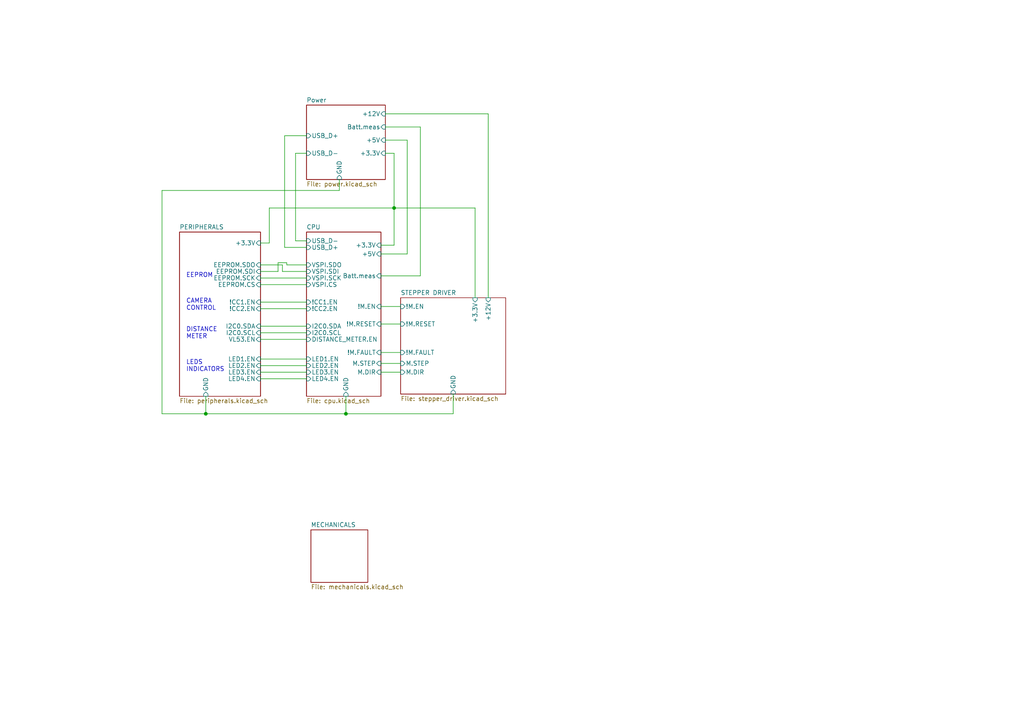
<source format=kicad_sch>
(kicad_sch (version 20230121) (generator eeschema)
  (paper "A4")
  (title_block (title "MR_SLDR") (date "2023-05-15") (rev "A") (comment 1 "schematic for project of slider controlled by WEB bluetooth application"))
  (lib_symbols)
  (junction (at 100.33 120.015))
  (junction (at 114.3 60.325))
  (junction (at 59.69 120.015))
  (wire (pts (xy 83.185 76.2) (xy 80.645 76.2)))
  (wire (pts (xy 82.55 39.37) (xy 88.9 39.37)))
  (wire (pts (xy 78.105 60.325) (xy 78.105 70.485)))
  (wire (pts (xy 100.33 114.935) (xy 100.33 120.015)))
  (wire (pts (xy 75.565 94.615) (xy 88.9 94.615)))
  (wire (pts (xy 110.49 73.66) (xy 118.11 73.66)))
  (wire (pts (xy 121.92 36.83) (xy 121.92 80.01)))
  (wire (pts (xy 75.565 89.535) (xy 88.9 89.535)))
  (wire (pts (xy 137.795 86.36) (xy 137.795 60.325)))
  (wire (pts (xy 88.9 44.45) (xy 85.725 44.45)))
  (wire (pts (xy 137.795 60.325) (xy 114.3 60.325)))
  (wire (pts (xy 75.565 76.835) (xy 81.915 76.835)))
  (wire (pts (xy 110.49 88.9) (xy 116.205 88.9)))
  (wire (pts (xy 80.645 76.2) (xy 80.645 78.74)))
  (wire (pts (xy 85.725 69.85) (xy 88.9 69.85)))
  (wire (pts (xy 59.69 114.935) (xy 59.69 120.015)))
  (wire (pts (xy 75.565 106.045) (xy 88.9 106.045)))
  (wire (pts (xy 110.49 107.95) (xy 116.205 107.95)))
  (wire (pts (xy 111.76 40.64) (xy 118.11 40.64)))
  (wire (pts (xy 75.565 96.52) (xy 88.9 96.52)))
  (wire (pts (xy 110.49 71.12) (xy 114.3 71.12)))
  (wire (pts (xy 75.565 109.855) (xy 88.9 109.855)))
  (wire (pts (xy 118.11 40.64) (xy 118.11 73.66)))
  (wire (pts (xy 100.33 120.015) (xy 59.69 120.015)))
  (wire (pts (xy 111.76 36.83) (xy 121.92 36.83)))
  (wire (pts (xy 81.915 76.835) (xy 81.915 78.74)))
  (wire (pts (xy 110.49 102.235) (xy 116.205 102.235)))
  (wire (pts (xy 75.565 82.55) (xy 88.9 82.55)))
  (wire (pts (xy 75.565 104.14) (xy 88.9 104.14)))
  (wire (pts (xy 131.445 120.015) (xy 100.33 120.015)))
  (wire (pts (xy 114.3 60.325) (xy 114.3 71.12)))
  (wire (pts (xy 111.76 44.45) (xy 114.3 44.45)))
  (wire (pts (xy 75.565 87.63) (xy 88.9 87.63)))
  (wire (pts (xy 88.9 76.835) (xy 83.185 76.835)))
  (wire (pts (xy 131.445 114.3) (xy 131.445 120.015)))
  (wire (pts (xy 121.92 80.01) (xy 110.49 80.01)))
  (wire (pts (xy 75.565 98.425) (xy 88.9 98.425)))
  (wire (pts (xy 110.49 93.98) (xy 116.205 93.98)))
  (wire (pts (xy 88.9 71.755) (xy 82.55 71.755)))
  (wire (pts (xy 98.425 52.07) (xy 98.425 55.245)))
  (wire (pts (xy 110.49 105.41) (xy 116.205 105.41)))
  (wire (pts (xy 46.99 120.015) (xy 46.99 55.245)))
  (wire (pts (xy 85.725 44.45) (xy 85.725 69.85)))
  (wire (pts (xy 83.185 76.835) (xy 83.185 76.2)))
  (wire (pts (xy 82.55 71.755) (xy 82.55 39.37)))
  (wire (pts (xy 75.565 78.74) (xy 80.645 78.74)))
  (wire (pts (xy 114.3 44.45) (xy 114.3 60.325)))
  (wire (pts (xy 81.915 78.74) (xy 88.9 78.74)))
  (wire (pts (xy 46.99 55.245) (xy 98.425 55.245)))
  (wire (pts (xy 75.565 70.485) (xy 78.105 70.485)))
  (wire (pts (xy 78.105 60.325) (xy 114.3 60.325)))
  (wire (pts (xy 111.76 33.02) (xy 141.605 33.02)))
  (wire (pts (xy 59.69 120.015) (xy 46.99 120.015)))
  (wire (pts (xy 75.565 107.95) (xy 88.9 107.95)))
  (wire (pts (xy 141.605 33.02) (xy 141.605 86.36)))
  (wire (pts (xy 75.565 80.645) (xy 88.9 80.645)))
  (text "LEDS\nINDICATORS" (at 53.975 107.95 0) (effects (font (size 1.27 1.27)) (justify left bottom)))
  (text "DISTANCE\nMETER" (at 53.975 98.425 0) (effects (font (size 1.27 1.27)) (justify left bottom)))
  (text "CAMERA\nCONTROL" (at 53.975 90.17 0) (effects (font (size 1.27 1.27)) (justify left bottom)))
  (text "EEPROM" (at 53.975 80.645 0) (effects (font (size 1.27 1.27)) (justify left bottom)))
  (sheet (at 90.17 153.67) (size 16.51 15.24) (stroke (width 0.1524))
    (property "Sheetname" "MECHANICALS" (at 90.17 152.9584 0) (effects (justify left bottom)))
    (property "Sheetfile" "mechanicals.kicad_sch" (at 90.17 169.4946 0) (effects (justify left top)))
  )
  (sheet (at 116.205 86.36) (size 30.48 27.94) (stroke (width 0.1524))
    (property "Sheetname" "STEPPER DRIVER" (at 116.205 85.6484 0) (effects (justify left bottom)))
    (property "Sheetfile" "stepper_driver.kicad_sch" (at 116.205 114.8846 0) (effects (justify left top)))
    (pin "GND" input (at 131.445 114.3 270))
    (pin "+12V" input (at 141.605 86.36 90))
    (pin "M.DIR" input (at 116.205 107.95 180))
    (pin "!M.RESET" input (at 116.205 93.98 180))
    (pin "!M.EN" input (at 116.205 88.9 180))
    (pin "M.STEP" input (at 116.205 105.41 180))
    (pin "!M.FAULT" input (at 116.205 102.235 180))
    (pin "+3.3V" input (at 137.795 86.36 90))
  )
  (sheet (at 52.07 67.31) (size 23.495 47.625) (stroke (width 0.1524))
    (property "Sheetname" "PERIPHERALS" (at 52.07 66.5984 0) (effects (justify left bottom)))
    (property "Sheetfile" "peripherals.kicad_sch" (at 52.07 115.5196 0) (effects (justify left top)))
    (pin "GND" input (at 59.69 114.935 270))
    (pin "LED3.EN" input (at 75.565 107.95 0))
    (pin "LED1.EN" input (at 75.565 104.14 0))
    (pin "LED2.EN" input (at 75.565 106.045 0))
    (pin "LED4.EN" input (at 75.565 109.855 0))
    (pin "!CC1.EN" input (at 75.565 87.63 0))
    (pin "!CC2.EN" input (at 75.565 89.535 0))
    (pin "VL53.EN" input (at 75.565 98.425 0))
    (pin "+3.3V" input (at 75.565 70.485 0))
    (pin "I2C0.SCL" input (at 75.565 96.52 0))
    (pin "I2C0.SDA" input (at 75.565 94.615 0))
    (pin "EEPROM.SCK" input (at 75.565 80.645 0))
    (pin "EEPROM.SDO" input (at 75.565 76.835 0))
    (pin "EEPROM.SDI" input (at 75.565 78.74 0))
    (pin "EEPROM.CS" input (at 75.565 82.55 0))
  )
  (sheet (at 88.9 30.48) (size 22.86 21.59) (stroke (width 0.1524))
    (property "Sheetname" "Power" (at 88.9 29.7684 0) (effects (justify left bottom)))
    (property "Sheetfile" "power.kicad_sch" (at 88.9 52.6546 0) (effects (justify left top)))
    (pin "GND" input (at 98.425 52.07 270))
    (pin "USB_D+" input (at 88.9 39.37 180))
    (pin "USB_D-" input (at 88.9 44.45 180))
    (pin "+5V" input (at 111.76 40.64 0))
    (pin "+12V" input (at 111.76 33.02 0))
    (pin "+3.3V" input (at 111.76 44.45 0))
    (pin "Batt.meas" input (at 111.76 36.83 0))
  )
  (sheet (at 88.9 67.31) (size 21.59 47.625) (stroke (width 0.1524))
    (property "Sheetname" "CPU" (at 88.9 66.5984 0) (effects (justify left bottom)))
    (property "Sheetfile" "cpu.kicad_sch" (at 88.9 115.5196 0) (effects (justify left top)))
    (pin "GND" input (at 100.33 114.935 270))
    (pin "I2C0.SCL" input (at 88.9 96.52 180))
    (pin "I2C0.SDA" input (at 88.9 94.615 180))
    (pin "!CC1.EN" input (at 88.9 87.63 180))
    (pin "LED2.EN" input (at 88.9 106.045 180))
    (pin "!CC2.EN" input (at 88.9 89.535 180))
    (pin "LED3.EN" input (at 88.9 107.95 180))
    (pin "LED4.EN" input (at 88.9 109.855 180))
    (pin "LED1.EN" input (at 88.9 104.14 180))
    (pin "M.DIR" input (at 110.49 107.95 0))
    (pin "M.STEP" input (at 110.49 105.41 0))
    (pin "!M.RESET" input (at 110.49 93.98 0))
    (pin "!M.EN" input (at 110.49 88.9 0))
    (pin "+3.3V" input (at 110.49 71.12 0))
    (pin "+5V" input (at 110.49 73.66 0))
    (pin "USB_D-" input (at 88.9 69.85 180))
    (pin "USB_D+" input (at 88.9 71.755 180))
    (pin "!M.FAULT" input (at 110.49 102.235 0))
    (pin "VSPI.SDO" input (at 88.9 76.835 180))
    (pin "VSPI.CS" input (at 88.9 82.55 180))
    (pin "VSPI.SDI" input (at 88.9 78.74 180))
    (pin "VSPI.SCK" input (at 88.9 80.645 180))
    (pin "DISTANCE_METER.EN" input (at 88.9 98.425 180))
    (pin "Batt.meas" input (at 110.49 80.01 0))
  )
)
</source>
